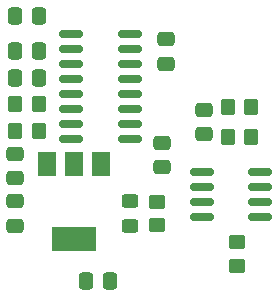
<source format=gbr>
%TF.GenerationSoftware,KiCad,Pcbnew,7.0.7*%
%TF.CreationDate,2023-09-04T20:39:43-04:00*%
%TF.ProjectId,PRJ,50524a2e-6b69-4636-9164-5f7063625858,rev?*%
%TF.SameCoordinates,Original*%
%TF.FileFunction,Paste,Top*%
%TF.FilePolarity,Positive*%
%FSLAX46Y46*%
G04 Gerber Fmt 4.6, Leading zero omitted, Abs format (unit mm)*
G04 Created by KiCad (PCBNEW 7.0.7) date 2023-09-04 20:39:43*
%MOMM*%
%LPD*%
G01*
G04 APERTURE LIST*
G04 Aperture macros list*
%AMRoundRect*
0 Rectangle with rounded corners*
0 $1 Rounding radius*
0 $2 $3 $4 $5 $6 $7 $8 $9 X,Y pos of 4 corners*
0 Add a 4 corners polygon primitive as box body*
4,1,4,$2,$3,$4,$5,$6,$7,$8,$9,$2,$3,0*
0 Add four circle primitives for the rounded corners*
1,1,$1+$1,$2,$3*
1,1,$1+$1,$4,$5*
1,1,$1+$1,$6,$7*
1,1,$1+$1,$8,$9*
0 Add four rect primitives between the rounded corners*
20,1,$1+$1,$2,$3,$4,$5,0*
20,1,$1+$1,$4,$5,$6,$7,0*
20,1,$1+$1,$6,$7,$8,$9,0*
20,1,$1+$1,$8,$9,$2,$3,0*%
G04 Aperture macros list end*
%ADD10RoundRect,0.250000X0.350000X0.450000X-0.350000X0.450000X-0.350000X-0.450000X0.350000X-0.450000X0*%
%ADD11RoundRect,0.250000X0.475000X-0.337500X0.475000X0.337500X-0.475000X0.337500X-0.475000X-0.337500X0*%
%ADD12RoundRect,0.250000X-0.450000X0.350000X-0.450000X-0.350000X0.450000X-0.350000X0.450000X0.350000X0*%
%ADD13RoundRect,0.150000X-0.850000X-0.150000X0.850000X-0.150000X0.850000X0.150000X-0.850000X0.150000X0*%
%ADD14RoundRect,0.250000X0.337500X0.475000X-0.337500X0.475000X-0.337500X-0.475000X0.337500X-0.475000X0*%
%ADD15R,1.500000X2.000000*%
%ADD16R,3.800000X2.000000*%
%ADD17RoundRect,0.150000X-0.825000X-0.150000X0.825000X-0.150000X0.825000X0.150000X-0.825000X0.150000X0*%
%ADD18RoundRect,0.250000X-0.337500X-0.475000X0.337500X-0.475000X0.337500X0.475000X-0.337500X0.475000X0*%
%ADD19RoundRect,0.250000X-0.475000X0.337500X-0.475000X-0.337500X0.475000X-0.337500X0.475000X0.337500X0*%
%ADD20RoundRect,0.250000X-0.450000X0.325000X-0.450000X-0.325000X0.450000X-0.325000X0.450000X0.325000X0*%
%ADD21RoundRect,0.250000X-0.350000X-0.450000X0.350000X-0.450000X0.350000X0.450000X-0.350000X0.450000X0*%
G04 APERTURE END LIST*
D10*
%TO.C,R3*%
X127000000Y-96750000D03*
X125000000Y-96750000D03*
%TD*%
D11*
%TO.C,C7*%
X107000000Y-102787500D03*
X107000000Y-100712500D03*
%TD*%
D12*
%TO.C,R9*%
X125800000Y-108200000D03*
X125800000Y-110200000D03*
%TD*%
D10*
%TO.C,R2*%
X109000000Y-98750000D03*
X107000000Y-98750000D03*
%TD*%
D11*
%TO.C,C4*%
X119800000Y-93075000D03*
X119800000Y-91000000D03*
%TD*%
D13*
%TO.C,U1*%
X111750000Y-90555000D03*
X111750000Y-91825000D03*
X111750000Y-93095000D03*
X111750000Y-94365000D03*
X111750000Y-95635000D03*
X111750000Y-96905000D03*
X111750000Y-98175000D03*
X111750000Y-99445000D03*
X116750000Y-99445000D03*
X116750000Y-98175000D03*
X116750000Y-96905000D03*
X116750000Y-95635000D03*
X116750000Y-94365000D03*
X116750000Y-93095000D03*
X116750000Y-91825000D03*
X116750000Y-90555000D03*
%TD*%
D11*
%TO.C,C9*%
X119400000Y-101837500D03*
X119400000Y-99762500D03*
%TD*%
D14*
%TO.C,C2*%
X109037500Y-94250000D03*
X106962500Y-94250000D03*
%TD*%
D15*
%TO.C,U3*%
X114300000Y-101600000D03*
X112000000Y-101600000D03*
D16*
X112000000Y-107900000D03*
D15*
X109700000Y-101600000D03*
%TD*%
D17*
%TO.C,U2*%
X122800000Y-102250000D03*
X122800000Y-103520000D03*
X122800000Y-104790000D03*
X122800000Y-106060000D03*
X127750000Y-106060000D03*
X127750000Y-104790000D03*
X127750000Y-103520000D03*
X127750000Y-102250000D03*
%TD*%
D18*
%TO.C,C3*%
X106962500Y-89000000D03*
X109037500Y-89000000D03*
%TD*%
D10*
%TO.C,R4*%
X127000000Y-99250000D03*
X125000000Y-99250000D03*
%TD*%
D19*
%TO.C,C8*%
X107000000Y-104712500D03*
X107000000Y-106787500D03*
%TD*%
D11*
%TO.C,C5*%
X123000000Y-99037500D03*
X123000000Y-96962500D03*
%TD*%
D14*
%TO.C,C1*%
X109037500Y-92000000D03*
X106962500Y-92000000D03*
%TD*%
D12*
%TO.C,R10*%
X119000000Y-104750000D03*
X119000000Y-106750000D03*
%TD*%
D20*
%TO.C,D1*%
X116750000Y-104725000D03*
X116750000Y-106775000D03*
%TD*%
D18*
%TO.C,C6*%
X112962500Y-111500000D03*
X115037500Y-111500000D03*
%TD*%
D21*
%TO.C,R1*%
X107000000Y-96500000D03*
X109000000Y-96500000D03*
%TD*%
M02*

</source>
